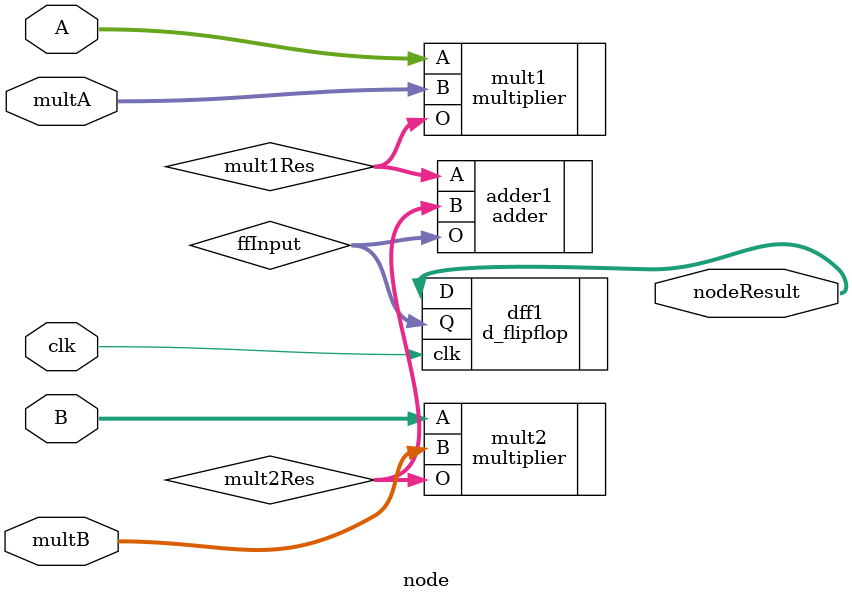
<source format=v>
`include "multiplier.v"
`include "adder.v"
`include "d_flipflop.v"

module node(A, B, multA, multB, nodeResult, clk);
    input  [7:0] A, B;               // our inputs x and y
    input  [7:0] multA, multB;       // multipliers supposed to be multiplied with A and B
    input clk; 
    output [7:0] nodeResult;         // final output of Node
    wire   [7:0] mult1Res, mult2Res, ffInput; // intermediate wires
    
    multiplier mult1(.A(A), .B(multA), .O(mult1Res));
    multiplier mult2(.A(B), .B(multB), .O(mult2Res));
    adder adder1(.A(mult1Res), .B(mult2Res), .O(ffInput));
    d_flipflop dff1(.clk(clk), .Q(ffInput), .D(nodeResult));

endmodule

</source>
